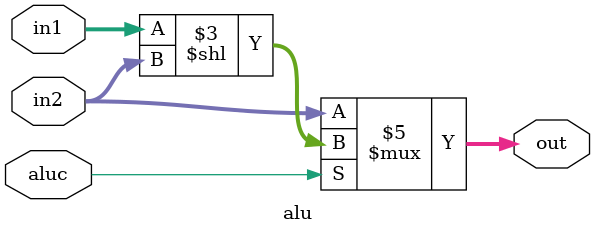
<source format=v>
module alu(in1,in2,aluc,out);
	
	input [7:0] in1,in2;
	input aluc;
	output reg[7:0] out;

	always@(in1,in2,aluc)
	
	begin
		if(aluc== 1'b0)     //0 means add, 1 means shift left
			out= in2;	
		else
			out= in1<<in2;
	end

endmodule



	
</source>
